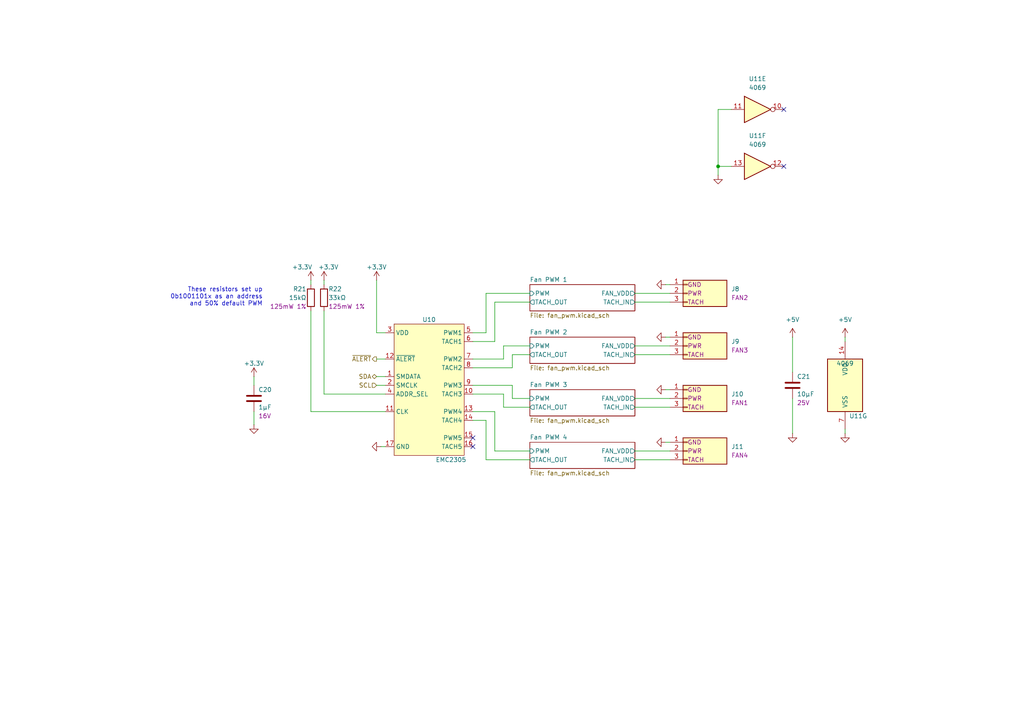
<source format=kicad_sch>
(kicad_sch (version 20231120) (generator "eeschema") (generator_version "8.0")
  (paper "A4")
  (lib_symbols
    (symbol "4xxx:4069" (pin_names (offset 1.016))
      (property "Reference" "U" (at 0 1.27 0))
      (property "Value" "4069" (at 0 -1.27 0))
      (symbol "4069_1_0"
        (polyline (pts (xy -3.81 3.81) (xy -3.81 -3.81) (xy 3.81 0) (xy -3.81 3.81)) (stroke (width 0.254)) (fill (type background)))
        (pin input line (at -7.62 0 0) (length 3.81) (name "~") (number "1"))
        (pin output inverted (at 7.62 0 180) (length 3.81) (name "~") (number "2"))
      )
      (symbol "4069_2_0"
        (polyline (pts (xy -3.81 3.81) (xy -3.81 -3.81) (xy 3.81 0) (xy -3.81 3.81)) (stroke (width 0.254)) (fill (type background)))
        (pin input line (at -7.62 0 0) (length 3.81) (name "~") (number "3"))
        (pin output inverted (at 7.62 0 180) (length 3.81) (name "~") (number "4"))
      )
      (symbol "4069_3_0"
        (polyline (pts (xy -3.81 3.81) (xy -3.81 -3.81) (xy 3.81 0) (xy -3.81 3.81)) (stroke (width 0.254)) (fill (type background)))
        (pin input line (at -7.62 0 0) (length 3.81) (name "~") (number "5"))
        (pin output inverted (at 7.62 0 180) (length 3.81) (name "~") (number "6"))
      )
      (symbol "4069_4_0"
        (polyline (pts (xy -3.81 3.81) (xy -3.81 -3.81) (xy 3.81 0) (xy -3.81 3.81)) (stroke (width 0.254)) (fill (type background)))
        (pin output inverted (at 7.62 0 180) (length 3.81) (name "~") (number "8"))
        (pin input line (at -7.62 0 0) (length 3.81) (name "~") (number "9"))
      )
      (symbol "4069_5_0"
        (polyline (pts (xy -3.81 3.81) (xy -3.81 -3.81) (xy 3.81 0) (xy -3.81 3.81)) (stroke (width 0.254)) (fill (type background)))
        (pin output inverted (at 7.62 0 180) (length 3.81) (name "~") (number "10"))
        (pin input line (at -7.62 0 0) (length 3.81) (name "~") (number "11"))
      )
      (symbol "4069_6_0"
        (polyline (pts (xy -3.81 3.81) (xy -3.81 -3.81) (xy 3.81 0) (xy -3.81 3.81)) (stroke (width 0.254)) (fill (type background)))
        (pin output inverted (at 7.62 0 180) (length 3.81) (name "~") (number "12"))
        (pin input line (at -7.62 0 0) (length 3.81) (name "~") (number "13"))
      )
      (symbol "4069_7_0"
        (pin power_in line (at 0 12.7 270) (length 5.08) (name "VDD") (number "14"))
        (pin power_in line (at 0 -12.7 90) (length 5.08) (name "VSS") (number "7"))
      )
      (symbol "4069_7_1"
        (rectangle (start -5.08 7.62) (end 5.08 -7.62) (stroke (width 0.254)) (fill (type background)))
      )
    )
    (symbol "Device:C" (pin_numbers hide) (pin_names (offset 0.254))
      (property "Reference" "C" (at 0.635 2.54 0))
      (property "Value" "C" (at 0.635 -2.54 0))
      (symbol "C_0_1"
        (polyline (pts (xy -2.032 -0.762) (xy 2.032 -0.762)) (stroke (width 0.508)))
        (polyline (pts (xy -2.032 0.762) (xy 2.032 0.762)) (stroke (width 0.508)))
      )
      (symbol "C_1_1"
        (pin passive line (at 0 3.81 270) (length 2.794) (name "~") (number "1"))
        (pin passive line (at 0 -3.81 90) (length 2.794) (name "~") (number "2"))
      )
    )
    (symbol "Device:R" (pin_numbers hide) (pin_names (offset 0))
      (property "Reference" "R" (at 2.032 0 90))
      (property "Value" "R" (at 0 0 90))
      (symbol "R_0_1"
        (rectangle (start -1.016 -2.54) (end 1.016 2.54) (stroke (width 0.254)))
      )
      (symbol "R_1_1"
        (pin passive line (at 0 3.81 270) (length 1.27) (name "~") (number "1"))
        (pin passive line (at 0 -3.81 90) (length 1.27) (name "~") (number "2"))
      )
    )
    (symbol "conn:Conn_01x03" (pin_names (offset 1.016) hide)
      (property "Reference" "J" (at 0 5.08 0))
      (property "Purpose Pin1" "PIN 1" (at 0 2.54 0))
      (property "Purpose Pin2" "PIN 2" (at 0 -2.54 0))
      (property "Purpose Pin3" "PIN 3" (at 0 0 0))
      (property "Purpose" "Header" (at 7.62 5.08 0))
      (symbol "Conn_01x03_1_1"
        (rectangle (start -1.27 -2.413) (end 0 -2.667) (stroke (width 0.1524)))
        (rectangle (start -1.27 0.127) (end 0 -0.127) (stroke (width 0.1524)))
        (rectangle (start -1.27 2.667) (end 0 2.413) (stroke (width 0.1524)))
        (rectangle (start -1.27 3.81) (end 11.43 -3.81) (stroke (width 0.254)) (fill (type background)))
        (pin passive line (at -5.08 2.54 0) (length 3.81) (name "Pin_1") (number "1"))
        (pin passive line (at -5.08 0 0) (length 3.81) (name "Pin_2") (number "2"))
        (pin passive line (at -5.08 -2.54 0) (length 3.81) (name "Pin_3") (number "3"))
      )
    )
    (symbol "ics:EMC2305"
      (property "Reference" "U" (at -8.89 19.05 0))
      (property "Value" "EMC2305" (at 6.35 -21.59 0))
      (symbol "EMC2305_1_1"
        (rectangle (start -10.16 17.78) (end 10.16 -20.32) (fill (type background)))
        (pin bidirectional line (at -12.7 2.54 0) (length 2.54) (name "SMDATA") (number "1"))
        (pin input line (at 12.7 -2.54 180) (length 2.54) (name "TACH3") (number "10"))
        (pin bidirectional line (at -12.7 -7.62 0) (length 2.54) (name "CLK") (number "11"))
        (pin open_collector line (at -12.7 7.62 0) (length 2.54) (name "~{ALERT}") (number "12"))
        (pin output line (at 12.7 -7.62 180) (length 2.54) (name "PWM4") (number "13"))
        (pin input line (at 12.7 -10.16 180) (length 2.54) (name "TACH4") (number "14"))
        (pin output line (at 12.7 -15.24 180) (length 2.54) (name "PWM5") (number "15"))
        (pin input line (at 12.7 -17.78 180) (length 2.54) (name "TACH5") (number "16"))
        (pin power_in line (at -12.7 -17.78 0) (length 2.54) (name "GND") (number "17"))
        (pin input line (at -12.7 0 0) (length 2.54) (name "SMCLK") (number "2"))
        (pin power_in line (at -12.7 15.24 0) (length 2.54) (name "VDD") (number "3"))
        (pin input line (at -12.7 -2.54 0) (length 2.54) (name "ADDR_SEL") (number "4"))
        (pin output line (at 12.7 15.24 180) (length 2.54) (name "PWM1") (number "5"))
        (pin input line (at 12.7 12.7 180) (length 2.54) (name "TACH1") (number "6"))
        (pin output line (at 12.7 7.62 180) (length 2.54) (name "PWM2") (number "7"))
        (pin input line (at 12.7 5.08 180) (length 2.54) (name "TACH2") (number "8"))
        (pin output line (at 12.7 0 180) (length 2.54) (name "PWM3") (number "9"))
      )
    )
    (symbol "power:+3.3V" (power) (pin_numbers hide) (pin_names (offset 0) hide)
      (property "Value" "+3.3V" (at 0 3.556 0))
      (symbol "+3.3V_0_1"
        (polyline (pts (xy -0.762 1.27) (xy 0 2.54)))
        (polyline (pts (xy 0 0) (xy 0 2.54)))
        (polyline (pts (xy 0 2.54) (xy 0.762 1.27)))
      )
      (symbol "+3.3V_1_1"
        (pin power_in line (at 0 0 90) (length 0) (name "~") (number "1"))
      )
    )
    (symbol "power:+5V" (power) (pin_numbers hide) (pin_names (offset 0) hide)
      (property "Value" "+5V" (at 0 3.556 0))
      (symbol "+5V_0_1"
        (polyline (pts (xy -0.762 1.27) (xy 0 2.54)))
        (polyline (pts (xy 0 0) (xy 0 2.54)))
        (polyline (pts (xy 0 2.54) (xy 0.762 1.27)))
      )
      (symbol "+5V_1_1"
        (pin power_in line (at 0 0 90) (length 0) (name "~") (number "1"))
      )
    )
    (symbol "power:GND" (power) (pin_numbers hide) (pin_names (offset 0) hide)
      (property "Value" "GND" (at 0 -3.81 0))
      (symbol "GND_0_1"
        (polyline (pts (xy 0 0) (xy 0 -1.27) (xy 1.27 -1.27) (xy 0 -2.54) (xy -1.27 -1.27) (xy 0 -1.27)))
      )
      (symbol "GND_1_1"
        (pin power_in line (at 0 0 270) (length 0) (name "~") (number "1"))
      )
    )
  )
  (junction (at 208.28 48.26))
  (no_connect (at 227.33 48.26))
  (no_connect (at 137.16 127))
  (no_connect (at 137.16 129.54))
  (no_connect (at 227.33 31.75))
  (wire (pts (xy 111.76 114.3) (xy 93.98 114.3)))
  (wire (pts (xy 153.67 133.35) (xy 140.97 133.35)))
  (wire (pts (xy 184.15 115.57) (xy 194.31 115.57)))
  (wire (pts (xy 184.15 87.63) (xy 194.31 87.63)))
  (wire (pts (xy 143.51 99.06) (xy 137.16 99.06)))
  (wire (pts (xy 148.59 106.68) (xy 137.16 106.68)))
  (wire (pts (xy 193.04 128.27) (xy 194.31 128.27)))
  (wire (pts (xy 184.15 100.33) (xy 194.31 100.33)))
  (wire (pts (xy 146.05 118.11) (xy 146.05 114.3)))
  (wire (pts (xy 193.04 97.79) (xy 194.31 97.79)))
  (wire (pts (xy 148.59 115.57) (xy 148.59 111.76)))
  (wire (pts (xy 208.28 31.75) (xy 212.09 31.75)))
  (wire (pts (xy 229.87 97.79) (xy 229.87 107.95)))
  (wire (pts (xy 140.97 133.35) (xy 140.97 121.92)))
  (wire (pts (xy 146.05 114.3) (xy 137.16 114.3)))
  (wire (pts (xy 109.22 81.28) (xy 109.22 96.52)))
  (wire (pts (xy 153.67 118.11) (xy 146.05 118.11)))
  (wire (pts (xy 143.51 119.38) (xy 143.51 130.81)))
  (wire (pts (xy 245.11 97.79) (xy 245.11 99.06)))
  (wire (pts (xy 153.67 100.33) (xy 146.05 100.33)))
  (wire (pts (xy 137.16 119.38) (xy 143.51 119.38)))
  (wire (pts (xy 184.15 133.35) (xy 194.31 133.35)))
  (wire (pts (xy 208.28 50.8) (xy 208.28 48.26)))
  (wire (pts (xy 93.98 81.28) (xy 93.98 82.55)))
  (wire (pts (xy 140.97 85.09) (xy 153.67 85.09)))
  (wire (pts (xy 110.49 129.54) (xy 111.76 129.54)))
  (wire (pts (xy 146.05 100.33) (xy 146.05 104.14)))
  (wire (pts (xy 140.97 96.52) (xy 140.97 85.09)))
  (wire (pts (xy 229.87 115.57) (xy 229.87 125.73)))
  (wire (pts (xy 208.28 48.26) (xy 208.28 31.75)))
  (wire (pts (xy 93.98 114.3) (xy 93.98 90.17)))
  (wire (pts (xy 137.16 96.52) (xy 140.97 96.52)))
  (wire (pts (xy 140.97 121.92) (xy 137.16 121.92)))
  (wire (pts (xy 90.17 81.28) (xy 90.17 82.55)))
  (wire (pts (xy 143.51 130.81) (xy 153.67 130.81)))
  (wire (pts (xy 148.59 102.87) (xy 148.59 106.68)))
  (wire (pts (xy 153.67 115.57) (xy 148.59 115.57)))
  (wire (pts (xy 143.51 87.63) (xy 143.51 99.06)))
  (wire (pts (xy 73.66 119.38) (xy 73.66 123.19)))
  (wire (pts (xy 109.22 104.14) (xy 111.76 104.14)))
  (wire (pts (xy 109.22 96.52) (xy 111.76 96.52)))
  (wire (pts (xy 90.17 119.38) (xy 111.76 119.38)))
  (wire (pts (xy 208.28 48.26) (xy 212.09 48.26)))
  (wire (pts (xy 184.15 85.09) (xy 194.31 85.09)))
  (wire (pts (xy 148.59 111.76) (xy 137.16 111.76)))
  (wire (pts (xy 73.66 109.22) (xy 73.66 111.76)))
  (wire (pts (xy 193.04 113.03) (xy 194.31 113.03)))
  (wire (pts (xy 90.17 90.17) (xy 90.17 119.38)))
  (wire (pts (xy 245.11 124.46) (xy 245.11 125.73)))
  (wire (pts (xy 146.05 104.14) (xy 137.16 104.14)))
  (wire (pts (xy 153.67 87.63) (xy 143.51 87.63)))
  (wire (pts (xy 193.04 82.55) (xy 194.31 82.55)))
  (wire (pts (xy 184.15 118.11) (xy 194.31 118.11)))
  (wire (pts (xy 153.67 102.87) (xy 148.59 102.87)))
  (wire (pts (xy 109.22 109.22) (xy 111.76 109.22)))
  (wire (pts (xy 109.22 111.76) (xy 111.76 111.76)))
  (wire (pts (xy 184.15 102.87) (xy 194.31 102.87)))
  (wire (pts (xy 184.15 130.81) (xy 194.31 130.81)))
  (text "These resistors set up\n0b1001101x as an address\nand 50% default PWM" (at 76.2 88.9 0) (effects (font (size 1.27 1.27)) (justify right bottom)))
  (hierarchical_label "SCL" (shape input) (at 109.22 111.76 180))
  (hierarchical_label "~{ALERT}" (shape output) (at 109.22 104.14 180))
  (hierarchical_label "SDA" (shape bidirectional) (at 109.22 109.22 180))
  (symbol (lib_id "power:+5V") (at 245.11 97.79 0) (unit 1)
    (property "Reference" "#PWR039" (effects (hide yes)))
    (property "Value" "+5V" (at 245.11 92.71 0))
  )
  (symbol (lib_id "conn:Conn_01x03") (at 199.39 100.33 0) (unit 1)
    (property "Reference" "J9" (at 212.09 99.06 0) (effects (justify left)))
    (property "Value" "Header_01x03" (effects (hide yes)))
    (property "Footprint" "Connector_MTA-100:mta100_01x3_P2.54_647050-3" (effects (hide yes)))
    (property "Description" "Generic connector, single row, 01x03, script generated (kicad-library-utils/schlib/autogen/connector/)" (effects (hide yes)))
    (property "Purpose Pin1" "GND" (at 199.39 97.79 0) (effects (justify left)))
    (property "Purpose Pin2" "PWR" (at 199.39 100.33 0) (effects (justify left)))
    (property "Purpose Pin3" "TACH" (at 199.39 102.87 0) (effects (justify left)))
    (property "Purpose" "FAN3" (at 212.09 101.6 0) (effects (justify left)))
    (property "Part" "640456-3" (effects (hide yes)))
    (property "Shop" "https://eu.mouser.com/ProductDetail/TE-Connectivity-AMP/640456-3?qs=%2F35zJ5USjonzBh%2Fz7jaWrQ%3D%3D" (effects (hide yes)))
  )
  (symbol (lib_id "4xxx:4069") (at 219.71 48.26 0) (unit 6)
    (property "Reference" "U11" (at 219.71 39.37 0))
    (property "Value" "4069" (at 219.71 41.91 0))
    (property "Footprint" "Package_SO:SO-14_3.9x8.65mm_P1.27mm" (effects (hide yes)))
    (property "Datasheet" "http://www.intersil.com/content/dam/Intersil/documents/cd40/cd4069ubms.pdf" (effects (hide yes)))
    (property "Description" "Hex inverter" (effects (hide yes)))
    (property "Part" "HEF4069UBT" (effects (hide yes)))
    (property "Shop" "https://store.comet.bg/Catalogue/Product/48094/" (effects (hide yes)))
    (property "LCSC" "C551467" (effects (hide yes)))
  )
  (symbol (lib_id "power:GND") (at 229.87 125.73 0) (unit 1)
    (property "Reference" "#PWR038" (effects (hide yes)))
    (property "Value" "GND" (effects (hide yes)))
  )
  (symbol (lib_id "4xxx:4069") (at 219.71 31.75 0) (unit 5)
    (property "Reference" "U11" (at 219.71 22.86 0))
    (property "Value" "4069" (at 219.71 25.4 0))
    (property "Footprint" "Package_SO:SO-14_3.9x8.65mm_P1.27mm" (effects (hide yes)))
    (property "Datasheet" "http://www.intersil.com/content/dam/Intersil/documents/cd40/cd4069ubms.pdf" (effects (hide yes)))
    (property "Description" "Hex inverter" (effects (hide yes)))
    (property "Part" "HEF4069UBT" (effects (hide yes)))
    (property "Shop" "https://store.comet.bg/Catalogue/Product/48094/" (effects (hide yes)))
    (property "LCSC" "C551467" (effects (hide yes)))
  )
  (symbol (lib_id "power:+3.3V") (at 73.66 109.22 0) (unit 1)
    (property "Reference" "#PWR026" (effects (hide yes)))
    (property "Value" "+3.3V" (at 73.66 105.41 0))
  )
  (symbol (lib_id "power:+3.3V") (at 93.98 81.28 0) (unit 1)
    (property "Reference" "#PWR029" (effects (hide yes)))
    (property "Value" "+3.3V" (at 95.25 77.47 0))
  )
  (symbol (lib_id "ics:EMC2305") (at 124.46 111.76 0) (unit 1)
    (property "Reference" "U10" (at 124.46 92.71 0))
    (property "Value" "EMC2305" (at 130.81 133.35 0))
    (property "Footprint" "Package_DFN_QFN:QFN-16-1EP_4x4mm_P0.65mm_EP2.1x2.1mm" (effects (hide yes)))
    (property "Shop" "https://eu.mouser.com/ProductDetail/Microchip-Technology/EMC2305-1-AP-TR?qs=pA5MXup5wxG44e0aDzIDlQ%3D%3D" (effects (hide yes)))
    (property "LCSC" "C621415" (effects (hide yes)))
    (property "Part" "EMC2305-1-AP-TR" (effects (hide yes)))
  )
  (symbol (lib_id "Device:C") (at 229.87 111.76 0) (unit 1)
    (property "Reference" "C21" (at 231.14 109.22 0) (effects (justify left)))
    (property "Value" "10μF" (at 231.14 114.3 0) (effects (justify left)))
    (property "Footprint" "Capacitor_SMD:C_0805_2012Metric" (effects (hide yes)))
    (property "Info" "25V" (at 231.14 116.84 0) (effects (justify left)))
    (property "Shop" "https://store.comet.bg/Catalogue/Product/44616/" (effects (hide yes)))
    (property "LCSC" "C15850" (effects (hide yes)))
    (property "Part" "C 10μF 25V 0805" (effects (hide yes)))
  )
  (symbol (lib_id "conn:Conn_01x03") (at 199.39 130.81 0) (unit 1)
    (property "Reference" "J11" (at 212.09 129.54 0) (effects (justify left)))
    (property "Value" "Header_01x03" (effects (hide yes)))
    (property "Footprint" "Connector_MTA-100:mta100_01x3_P2.54_647050-3" (effects (hide yes)))
    (property "Description" "Generic connector, single row, 01x03, script generated (kicad-library-utils/schlib/autogen/connector/)" (effects (hide yes)))
    (property "Purpose Pin1" "GND" (at 199.39 128.27 0) (effects (justify left)))
    (property "Purpose Pin2" "PWR" (at 199.39 130.81 0) (effects (justify left)))
    (property "Purpose Pin3" "TACH" (at 199.39 133.35 0) (effects (justify left)))
    (property "Purpose" "FAN4" (at 212.09 132.08 0) (effects (justify left)))
    (property "Part" "640456-3" (effects (hide yes)))
    (property "Shop" "https://eu.mouser.com/ProductDetail/TE-Connectivity-AMP/640456-3?qs=%2F35zJ5USjonzBh%2Fz7jaWrQ%3D%3D" (effects (hide yes)))
  )
  (symbol (lib_id "Device:R") (at 93.98 86.36 180) (unit 1)
    (property "Reference" "R22" (at 95.25 83.82 0) (effects (justify right)))
    (property "Value" "33kΩ" (at 95.25 86.36 0) (effects (justify right)))
    (property "Footprint" "Resistor_SMD:R_0805_2012Metric" (effects (hide yes)))
    (property "Info" "125mW 1%" (at 95.25 88.9 0) (effects (justify right)))
    (property "Shop" "https://store.comet.bg/Catalogue/Product/24913/" (effects (hide yes)))
    (property "LCSC" "C17633" (effects (hide yes)))
    (property "Part" "R 33kΩ 125mW 1% 0805" (effects (hide yes)))
  )
  (symbol (lib_id "power:+3.3V") (at 90.17 81.28 0) (unit 1)
    (property "Reference" "#PWR028" (effects (hide yes)))
    (property "Value" "+3.3V" (at 87.63 77.47 0))
  )
  (symbol (lib_id "power:GND") (at 193.04 128.27 270) (unit 1)
    (property "Reference" "#PWR035" (effects (hide yes)))
    (property "Value" "GND" (effects (hide yes)))
  )
  (symbol (lib_id "power:+3.3V") (at 109.22 81.28 0) (unit 1)
    (property "Reference" "#PWR030" (effects (hide yes)))
    (property "Value" "+3.3V" (at 109.22 77.47 0))
  )
  (symbol (lib_id "power:GND") (at 193.04 82.55 270) (unit 1)
    (property "Reference" "#PWR032" (effects (hide yes)))
    (property "Value" "GND" (effects (hide yes)))
  )
  (symbol (lib_id "Device:R") (at 90.17 86.36 0) (mirror x) (unit 1)
    (property "Reference" "R21" (at 88.9 83.82 0) (effects (justify right)))
    (property "Value" "15kΩ" (at 88.9 86.36 0) (effects (justify right)))
    (property "Footprint" "Resistor_SMD:R_0805_2012Metric" (effects (hide yes)))
    (property "Info" "125mW 1%" (at 88.9 88.9 0) (effects (justify right)))
    (property "Shop" "https://store.comet.bg/Catalogue/Product/3550/" (effects (hide yes)))
    (property "LCSC" "C17475" (effects (hide yes)))
    (property "Part" "R 15kΩ 125mW 1% 0805" (effects (hide yes)))
  )
  (symbol (lib_id "power:GND") (at 193.04 97.79 270) (unit 1)
    (property "Reference" "#PWR033" (effects (hide yes)))
    (property "Value" "GND" (effects (hide yes)))
  )
  (symbol (lib_id "4xxx:4069") (at 245.11 111.76 0) (unit 7)
    (property "Reference" "U11" (at 248.92 120.65 0))
    (property "Value" "4069" (at 245.11 105.41 0))
    (property "Footprint" "Package_SO:SO-14_3.9x8.65mm_P1.27mm" (effects (hide yes)))
    (property "Datasheet" "http://www.intersil.com/content/dam/Intersil/documents/cd40/cd4069ubms.pdf" (effects (hide yes)))
    (property "Description" "Hex inverter" (effects (hide yes)))
    (property "Part" "HEF4069UBT" (effects (hide yes)))
    (property "Shop" "https://store.comet.bg/Catalogue/Product/48094/" (effects (hide yes)))
    (property "LCSC" "C551467" (effects (hide yes)))
  )
  (symbol (lib_id "power:GND") (at 73.66 123.19 0) (unit 1)
    (property "Reference" "#PWR027" (effects (hide yes)))
    (property "Value" "GND" (effects (hide yes)))
  )
  (symbol (lib_id "power:GND") (at 245.11 125.73 0) (unit 1)
    (property "Reference" "#PWR040" (effects (hide yes)))
    (property "Value" "GND" (effects (hide yes)))
  )
  (symbol (lib_id "power:GND") (at 110.49 129.54 270) (unit 1)
    (property "Reference" "#PWR031" (effects (hide yes)))
    (property "Value" "GND" (effects (hide yes)))
  )
  (symbol (lib_id "conn:Conn_01x03") (at 199.39 115.57 0) (unit 1)
    (property "Reference" "J10" (at 212.09 114.3 0) (effects (justify left)))
    (property "Value" "Header_01x03" (effects (hide yes)))
    (property "Footprint" "Connector_MTA-100:mta100_01x3_P2.54_647050-3" (effects (hide yes)))
    (property "Description" "Generic connector, single row, 01x03, script generated (kicad-library-utils/schlib/autogen/connector/)" (effects (hide yes)))
    (property "Purpose Pin1" "GND" (at 199.39 113.03 0) (effects (justify left)))
    (property "Purpose Pin2" "PWR" (at 199.39 115.57 0) (effects (justify left)))
    (property "Purpose Pin3" "TACH" (at 199.39 118.11 0) (effects (justify left)))
    (property "Purpose" "FAN1" (at 212.09 116.84 0) (effects (justify left)))
    (property "Part" "640456-3" (effects (hide yes)))
    (property "Shop" "https://eu.mouser.com/ProductDetail/TE-Connectivity-AMP/640456-3?qs=%2F35zJ5USjonzBh%2Fz7jaWrQ%3D%3D" (effects (hide yes)))
  )
  (symbol (lib_id "Device:C") (at 73.66 115.57 0) (unit 1)
    (property "Reference" "C20" (at 74.93 113.03 0) (effects (justify left)))
    (property "Value" "1μF" (at 74.93 118.11 0) (effects (justify left)))
    (property "Footprint" "Capacitor_SMD:C_0805_2012Metric" (effects (hide yes)))
    (property "Info" "16V" (at 74.93 120.65 0) (effects (justify left)))
    (property "Shop" "https://store.comet.bg/Catalogue/Product/16789/" (effects (hide yes)))
    (property "LCSC" "C28323" (effects (hide yes)))
    (property "Part" "C 1μF 16V 0805" (effects (hide yes)))
  )
  (symbol (lib_id "power:GND") (at 208.28 50.8 0) (unit 1)
    (property "Reference" "#PWR036" (effects (hide yes)))
    (property "Value" "GND" (effects (hide yes)))
  )
  (symbol (lib_id "power:GND") (at 193.04 113.03 270) (unit 1)
    (property "Reference" "#PWR034" (effects (hide yes)))
    (property "Value" "GND" (effects (hide yes)))
  )
  (symbol (lib_id "power:+5V") (at 229.87 97.79 0) (unit 1)
    (property "Reference" "#PWR037" (effects (hide yes)))
    (property "Value" "+5V" (at 229.87 92.71 0))
  )
  (symbol (lib_id "conn:Conn_01x03") (at 199.39 85.09 0) (unit 1)
    (property "Reference" "J8" (at 212.09 83.82 0) (effects (justify left)))
    (property "Value" "Header_01x03" (effects (hide yes)))
    (property "Footprint" "Connector_MTA-100:mta100_01x3_P2.54_647050-3" (effects (hide yes)))
    (property "Description" "Generic connector, single row, 01x03, script generated (kicad-library-utils/schlib/autogen/connector/)" (effects (hide yes)))
    (property "Purpose Pin1" "GND" (at 199.39 82.55 0) (effects (justify left)))
    (property "Purpose Pin2" "PWR" (at 199.39 85.09 0) (effects (justify left)))
    (property "Purpose Pin3" "TACH" (at 199.39 87.63 0) (effects (justify left)))
    (property "Purpose" "FAN2" (at 212.09 86.36 0) (effects (justify left)))
    (property "Part" "640456-3" (effects (hide yes)))
    (property "Shop" "https://eu.mouser.com/ProductDetail/TE-Connectivity-AMP/640456-3?qs=%2F35zJ5USjonzBh%2Fz7jaWrQ%3D%3D" (effects (hide yes)))
  )
  (sheet (at 153.67 128.27) (size 30.48 7.62) (stroke (width 0.1524))
    (property "Sheetname" "Fan PWM 4" (at 153.67 127.5584 0) (effects (justify left bottom)))
    (property "Sheetfile" "fan_pwm.kicad_sch" (at 153.67 136.4746 0) (effects (justify left top)))
    (pin "FAN_VDD" output (at 184.15 130.81 0))
    (pin "PWM" input (at 153.67 130.81 180))
    (pin "TACH_IN" output (at 184.15 133.35 0))
    (pin "TACH_OUT" output (at 153.67 133.35 180))
  )
  (sheet (at 153.67 97.79) (size 30.48 7.62) (stroke (width 0.1524))
    (property "Sheetname" "Fan PWM 2" (at 153.67 97.0784 0) (effects (justify left bottom)))
    (property "Sheetfile" "fan_pwm.kicad_sch" (at 153.67 105.9946 0) (effects (justify left top)))
    (pin "FAN_VDD" output (at 184.15 100.33 0))
    (pin "PWM" input (at 153.67 100.33 180))
    (pin "TACH_IN" output (at 184.15 102.87 0))
    (pin "TACH_OUT" output (at 153.67 102.87 180))
  )
  (sheet (at 153.67 82.55) (size 30.48 7.62) (stroke (width 0.1524))
    (property "Sheetname" "Fan PWM 1" (at 153.67 81.8384 0) (effects (justify left bottom)))
    (property "Sheetfile" "fan_pwm.kicad_sch" (at 153.67 90.7546 0) (effects (justify left top)))
    (pin "FAN_VDD" output (at 184.15 85.09 0))
    (pin "PWM" input (at 153.67 85.09 180))
    (pin "TACH_IN" output (at 184.15 87.63 0))
    (pin "TACH_OUT" output (at 153.67 87.63 180))
  )
  (sheet (at 153.67 113.03) (size 30.48 7.62) (stroke (width 0.1524))
    (property "Sheetname" "Fan PWM 3" (at 153.67 112.3184 0) (effects (justify left bottom)))
    (property "Sheetfile" "fan_pwm.kicad_sch" (at 153.67 121.2346 0) (effects (justify left top)))
    (pin "FAN_VDD" output (at 184.15 115.57 0))
    (pin "PWM" input (at 153.67 115.57 180))
    (pin "TACH_IN" output (at 184.15 118.11 0))
    (pin "TACH_OUT" output (at 153.67 118.11 180))
  )
)
</source>
